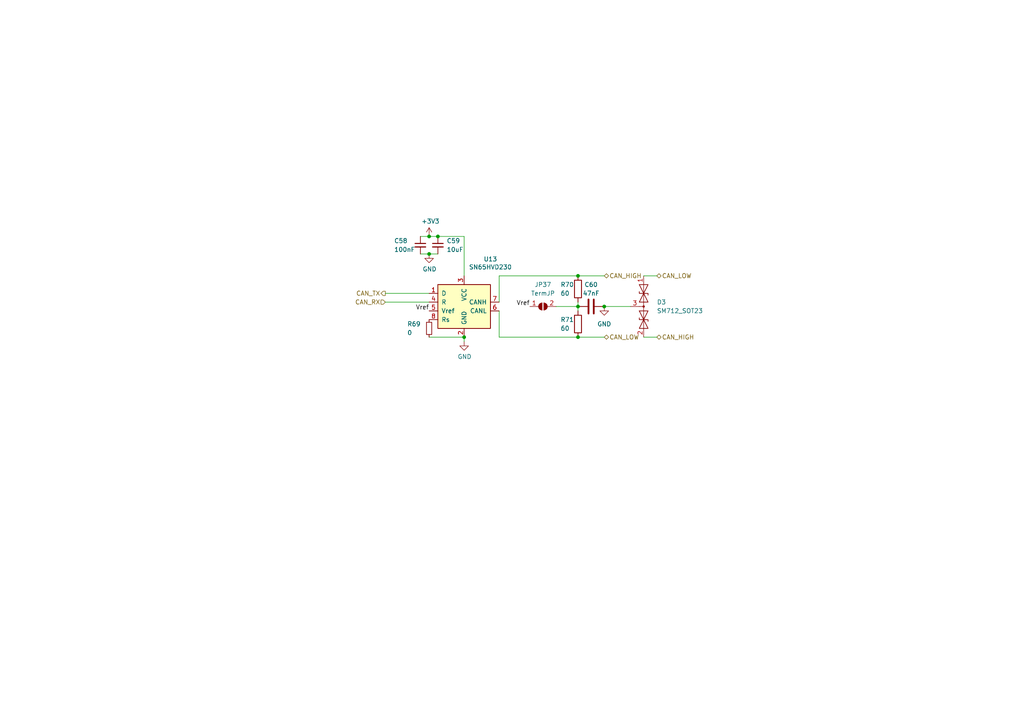
<source format=kicad_sch>
(kicad_sch (version 20230121) (generator eeschema)
  (paper "A4")
  (lib_symbols
    (symbol "Device:C" (pin_numbers hide) (pin_names (offset 0.254))
      (property "Reference" "C" (at 0.635 2.54 0))
      (property "Value" "C" (at 0.635 -2.54 0))
      (symbol "C_0_1"
        (polyline (pts (xy -2.032 -0.762) (xy 2.032 -0.762)) (stroke (width 0.508)))
        (polyline (pts (xy -2.032 0.762) (xy 2.032 0.762)) (stroke (width 0.508)))
      )
      (symbol "C_1_1"
        (pin passive line (at 0 3.81 270) (length 2.794) (name "~") (number "1"))
        (pin passive line (at 0 -3.81 90) (length 2.794) (name "~") (number "2"))
      )
    )
    (symbol "Device:C_Small" (pin_numbers hide) (pin_names (offset 0.254) hide)
      (property "Reference" "C" (at 0.254 1.778 0))
      (property "Value" "C_Small" (at 0.254 -2.032 0))
      (symbol "C_Small_0_1"
        (polyline (pts (xy -1.524 -0.508) (xy 1.524 -0.508)) (stroke (width 0.3302)))
        (polyline (pts (xy -1.524 0.508) (xy 1.524 0.508)) (stroke (width 0.3048)))
      )
      (symbol "C_Small_1_1"
        (pin passive line (at 0 2.54 270) (length 2.032) (name "~") (number "1"))
        (pin passive line (at 0 -2.54 90) (length 2.032) (name "~") (number "2"))
      )
    )
    (symbol "Device:R" (pin_numbers hide) (pin_names (offset 0))
      (property "Reference" "R" (at 2.032 0 90))
      (property "Value" "R" (at 0 0 90))
      (symbol "R_0_1"
        (rectangle (start -1.016 -2.54) (end 1.016 2.54) (stroke (width 0.254)))
      )
      (symbol "R_1_1"
        (pin passive line (at 0 3.81 270) (length 1.27) (name "~") (number "1"))
        (pin passive line (at 0 -3.81 90) (length 1.27) (name "~") (number "2"))
      )
    )
    (symbol "Device:R_Small" (pin_numbers hide) (pin_names (offset 0.254) hide)
      (property "Reference" "R" (at 0.762 0.508 0))
      (property "Value" "R_Small" (at 0.762 -1.016 0))
      (symbol "R_Small_0_1"
        (rectangle (start -0.762 1.778) (end 0.762 -1.778) (stroke (width 0.2032)))
      )
      (symbol "R_Small_1_1"
        (pin passive line (at 0 2.54 270) (length 0.762) (name "~") (number "1"))
        (pin passive line (at 0 -2.54 90) (length 0.762) (name "~") (number "2"))
      )
    )
    (symbol "Diode:SM712_SOT23" (pin_names (offset 1.016) hide)
      (property "Reference" "D" (at 0 4.445 0))
      (property "Value" "SM712_SOT23" (at 0 2.54 0))
      (symbol "SM712_SOT23_0_0"
        (polyline (pts (xy 0 -1.27) (xy 0 0)))
      )
      (symbol "SM712_SOT23_0_1"
        (polyline (pts (xy -6.35 0) (xy 6.35 0)))
        (polyline (pts (xy -3.302 1.27) (xy -3.81 1.27) (xy -3.81 -1.27) (xy -4.318 -1.27)) (stroke (width 0.2032)))
        (polyline (pts (xy 4.318 1.27) (xy 3.81 1.27) (xy 3.81 -1.27) (xy 3.302 -1.27)) (stroke (width 0.2032)))
        (polyline (pts (xy -6.35 -1.27) (xy -1.27 1.27) (xy -1.27 -1.27) (xy -6.35 1.27) (xy -6.35 -1.27)) (stroke (width 0.2032)))
        (polyline (pts (xy 1.27 -1.27) (xy 1.27 1.27) (xy 6.35 -1.27) (xy 6.35 1.27) (xy 1.27 -1.27)) (stroke (width 0.2032)))
        (circle (center 0 0) (radius 0.254) (fill (type outline)))
      )
      (symbol "SM712_SOT23_1_1"
        (pin passive line (at -8.89 0 0) (length 2.54) (name "A1") (number "1"))
        (pin passive line (at 8.89 0 180) (length 2.54) (name "A2") (number "2"))
        (pin input line (at 0 -3.81 90) (length 2.54) (name "common") (number "3"))
      )
    )
    (symbol "Interface_CAN_LIN:SN65HVD230" (pin_names (offset 1.016))
      (property "Reference" "U" (at -2.54 10.16 0))
      (property "Value" "SN65HVD230" (at -2.54 7.62 0))
      (symbol "SN65HVD230_0_1"
        (rectangle (start -7.62 5.08) (end 7.62 -7.62) (stroke (width 0.254)) (fill (type background)))
      )
      (symbol "SN65HVD230_1_1"
        (pin input line (at -10.16 2.54 0) (length 2.54) (name "D") (number "1"))
        (pin power_in line (at 0 -10.16 90) (length 2.54) (name "GND") (number "2"))
        (pin power_in line (at 0 7.62 270) (length 2.54) (name "VCC") (number "3"))
        (pin output line (at -10.16 0 0) (length 2.54) (name "R") (number "4"))
        (pin output line (at -10.16 -2.54 0) (length 2.54) (name "Vref") (number "5"))
        (pin bidirectional line (at 10.16 -2.54 180) (length 2.54) (name "CANL") (number "6"))
        (pin bidirectional line (at 10.16 0 180) (length 2.54) (name "CANH") (number "7"))
        (pin input line (at -10.16 -5.08 0) (length 2.54) (name "Rs") (number "8"))
      )
    )
    (symbol "Jumper:SolderJumper_2_Open" (pin_names (offset 0) hide)
      (property "Reference" "JP" (at 0 2.032 0))
      (property "Value" "SolderJumper_2_Open" (at 0 -2.54 0))
      (symbol "SolderJumper_2_Open_0_1"
        (arc (start -0.254 1.016) (mid -1.2656 0) (end -0.254 -1.016))
        (arc (start -0.254 1.016) (mid -1.2656 0) (end -0.254 -1.016) (fill (type outline)))
        (polyline (pts (xy -0.254 1.016) (xy -0.254 -1.016)))
        (polyline (pts (xy 0.254 1.016) (xy 0.254 -1.016)))
        (arc (start 0.254 -1.016) (mid 1.2656 0) (end 0.254 1.016))
        (arc (start 0.254 -1.016) (mid 1.2656 0) (end 0.254 1.016) (fill (type outline)))
      )
      (symbol "SolderJumper_2_Open_1_1"
        (pin passive line (at -3.81 0 0) (length 2.54) (name "A") (number "1"))
        (pin passive line (at 3.81 0 180) (length 2.54) (name "B") (number "2"))
      )
    )
    (symbol "power:+3.3V" (power) (pin_names (offset 0))
      (property "Value" "+3.3V" (at 0 3.556 0))
      (symbol "+3.3V_0_1"
        (polyline (pts (xy -0.762 1.27) (xy 0 2.54)))
        (polyline (pts (xy 0 0) (xy 0 2.54)))
        (polyline (pts (xy 0 2.54) (xy 0.762 1.27)))
      )
      (symbol "+3.3V_1_1"
        (pin power_in line (at 0 0 90) (length 0) hide (name "+3V3") (number "1"))
      )
    )
    (symbol "power:GND" (power) (pin_names (offset 0))
      (property "Value" "GND" (at 0 -3.81 0))
      (symbol "GND_0_1"
        (polyline (pts (xy 0 0) (xy 0 -1.27) (xy 1.27 -1.27) (xy 0 -2.54) (xy -1.27 -1.27) (xy 0 -1.27)))
      )
      (symbol "GND_1_1"
        (pin power_in line (at 0 0 270) (length 0) hide (name "GND") (number "1"))
      )
    )
  )
  (junction (at 124.46 73.66))
  (junction (at 167.64 88.9))
  (junction (at 124.46 68.58))
  (junction (at 167.64 80.01))
  (junction (at 175.26 88.9))
  (junction (at 167.64 97.79))
  (junction (at 127 68.58))
  (junction (at 134.62 97.79))
  (wire (pts (xy 186.69 97.79) (xy 190.5 97.79)))
  (wire (pts (xy 134.62 68.58) (xy 134.62 80.01)))
  (wire (pts (xy 121.92 73.66) (xy 124.46 73.66)))
  (wire (pts (xy 144.78 90.17) (xy 144.78 97.79)))
  (wire (pts (xy 124.46 68.58) (xy 127 68.58)))
  (wire (pts (xy 175.26 88.9) (xy 182.88 88.9)))
  (wire (pts (xy 111.76 87.63) (xy 124.46 87.63)))
  (wire (pts (xy 167.64 97.79) (xy 175.26 97.79)))
  (wire (pts (xy 124.46 73.66) (xy 127 73.66)))
  (wire (pts (xy 167.64 88.9) (xy 167.64 90.17)))
  (wire (pts (xy 186.69 80.01) (xy 190.5 80.01)))
  (wire (pts (xy 111.76 85.09) (xy 124.46 85.09)))
  (wire (pts (xy 144.78 97.79) (xy 167.64 97.79)))
  (wire (pts (xy 167.64 87.63) (xy 167.64 88.9)))
  (wire (pts (xy 161.29 88.9) (xy 167.64 88.9)))
  (wire (pts (xy 124.46 97.79) (xy 134.62 97.79)))
  (wire (pts (xy 127 68.58) (xy 134.62 68.58)))
  (wire (pts (xy 121.92 68.58) (xy 124.46 68.58)))
  (wire (pts (xy 167.64 80.01) (xy 175.26 80.01)))
  (wire (pts (xy 134.62 99.06) (xy 134.62 97.79)))
  (wire (pts (xy 144.78 87.63) (xy 144.78 80.01)))
  (wire (pts (xy 144.78 80.01) (xy 167.64 80.01)))
  (label "Vref" (at 124.46 90.17 180))
  (label "Vref" (at 153.67 88.9 180))
  (hierarchical_label "CAN_RX" (shape input) (at 111.76 87.63 180))
  (hierarchical_label "CAN_HIGH" (shape bidirectional) (at 175.26 80.01 0))
  (hierarchical_label "CAN_TX" (shape output) (at 111.76 85.09 180))
  (hierarchical_label "CAN_HIGH" (shape bidirectional) (at 190.5 97.79 0))
  (hierarchical_label "CAN_LOW" (shape bidirectional) (at 190.5 80.01 0))
  (hierarchical_label "CAN_LOW" (shape bidirectional) (at 175.26 97.79 0))
  (symbol (lib_id "power:GND") (at 134.62 99.06 0) (unit 1)
    (property "Reference" "#PWR0154" (effects hide))
    (property "Value" "GND" (at 134.747 103.4542 0))
  )
  (symbol (lib_id "power:+3.3V") (at 124.46 68.58 0) (unit 1)
    (property "Reference" "#PWR0152" (effects hide))
    (property "Value" "+3.3V" (at 124.841 64.1858 0))
  )
  (symbol (lib_id "Interface_CAN_LIN:SN65HVD230") (at 134.62 87.63 0) (unit 1)
    (property "Reference" "U13" (at 142.24 75.1586 0))
    (property "Value" "SN65HVD230" (at 142.24 77.47 0))
    (property "Footprint" "Package_SO:SOIC-8_3.9x4.9mm_P1.27mm" (effects hide))
    (property "Datasheet" "http://www.ti.com/lit/ds/symlink/sn65hvd230.pdf" (effects hide))
  )
  (symbol (lib_id "Device:C_Small") (at 127 71.12 0) (unit 1)
    (property "Reference" "C59" (at 129.54 69.8562 0) (effects (justify left)))
    (property "Value" "10uF" (at 129.54 72.3962 0) (effects (justify left)))
    (property "Footprint" "Capacitor_SMD:C_0603_1608Metric" (effects hide))
  )
  (symbol (lib_id "Diode:SM712_SOT23") (at 186.69 88.9 270) (unit 1)
    (property "Reference" "D3" (at 190.5 87.63 90) (effects (justify left)))
    (property "Value" "SM712_SOT23" (at 190.5 90.17 90) (effects (justify left)))
    (property "Footprint" "Package_TO_SOT_SMD:SOT-23" (effects hide))
    (property "Datasheet" "https://www.littelfuse.com/~/media/electronics/datasheets/tvs_diode_arrays/littelfuse_tvs_diode_array_sm712_datasheet.pdf.pdf" (effects hide))
  )
  (symbol (lib_id "power:GND") (at 175.26 88.9 0) (unit 1)
    (property "Reference" "#PWR0155" (effects hide))
    (property "Value" "GND" (at 175.26 93.98 0))
  )
  (symbol (lib_id "Device:C_Small") (at 121.92 71.12 0) (unit 1)
    (property "Reference" "C58" (at 114.3 69.85 0) (effects (justify left)))
    (property "Value" "100nF" (at 114.3 72.39 0) (effects (justify left)))
    (property "Footprint" "Capacitor_SMD:C_0603_1608Metric" (effects hide))
  )
  (symbol (lib_id "Device:R_Small") (at 124.46 95.25 0) (unit 1)
    (property "Reference" "R69" (at 118.11 93.98 0) (effects (justify left)))
    (property "Value" "0" (at 118.11 96.52 0) (effects (justify left)))
    (property "Footprint" "Resistor_SMD:R_0603_1608Metric" (effects hide))
  )
  (symbol (lib_id "Device:R") (at 167.64 93.98 0) (unit 1)
    (property "Reference" "R71" (at 162.56 92.71 0) (effects (justify left)))
    (property "Value" "60" (at 162.56 95.25 0) (effects (justify left)))
    (property "Footprint" "Resistor_SMD:R_0603_1608Metric" (effects hide))
  )
  (symbol (lib_id "Device:R") (at 167.64 83.82 0) (unit 1)
    (property "Reference" "R70" (at 162.56 82.55 0) (effects (justify left)))
    (property "Value" "60" (at 162.56 85.09 0) (effects (justify left)))
    (property "Footprint" "Resistor_SMD:R_0603_1608Metric" (effects hide))
  )
  (symbol (lib_id "Device:C") (at 171.45 88.9 90) (unit 1)
    (property "Reference" "C60" (at 171.45 82.55 90))
    (property "Value" "47nF" (at 171.45 85.09 90))
    (property "Footprint" "Capacitor_SMD:C_0603_1608Metric" (effects hide))
  )
  (symbol (lib_id "power:GND") (at 124.46 73.66 0) (unit 1)
    (property "Reference" "#PWR0153" (effects hide))
    (property "Value" "GND" (at 124.587 78.0542 0))
  )
  (symbol (lib_id "Jumper:SolderJumper_2_Open") (at 157.48 88.9 0) (unit 1)
    (property "Reference" "JP37" (at 157.48 82.55 0))
    (property "Value" "TermJP" (at 157.48 85.09 0))
    (property "Footprint" "Jumper:SolderJumper-2_P1.3mm_Open_RoundedPad1.0x1.5mm" (effects hide))
  )
)
</source>
